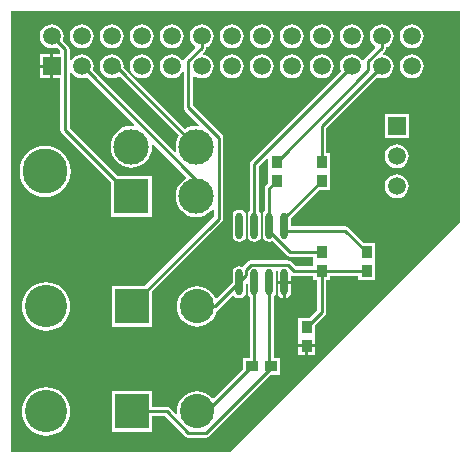
<source format=gtl>
G04 Layer_Physical_Order=1*
G04 Layer_Color=255*
%FSLAX23Y23*%
%MOIN*%
G70*
G01*
G75*
%ADD10O,0.024X0.087*%
%ADD11R,0.038X0.039*%
%ADD12R,0.039X0.038*%
%ADD13C,0.010*%
%ADD14C,0.059*%
%ADD15R,0.059X0.059*%
%ADD16C,0.150*%
%ADD17R,0.118X0.118*%
%ADD18C,0.118*%
%ADD19C,0.141*%
%ADD20R,0.114X0.114*%
%ADD21C,0.114*%
%ADD22R,0.059X0.059*%
G36*
X2510Y4281D02*
X1744Y3515D01*
X1015D01*
Y4985D01*
X2510D01*
Y4281D01*
D02*
G37*
%LPC*%
G36*
X2340Y4640D02*
X2260D01*
Y4560D01*
X2340D01*
Y4640D01*
D02*
G37*
G36*
X2300Y4540D02*
X2290Y4539D01*
X2280Y4535D01*
X2272Y4528D01*
X2265Y4520D01*
X2261Y4510D01*
X2260Y4500D01*
X2261Y4490D01*
X2265Y4480D01*
X2272Y4472D01*
X2280Y4465D01*
X2290Y4461D01*
X2300Y4460D01*
X2310Y4461D01*
X2320Y4465D01*
X2328Y4472D01*
X2335Y4480D01*
X2339Y4490D01*
X2340Y4500D01*
X2339Y4510D01*
X2335Y4520D01*
X2328Y4528D01*
X2320Y4535D01*
X2310Y4539D01*
X2300Y4540D01*
D02*
G37*
G36*
X1128Y4535D02*
X1111Y4534D01*
X1095Y4529D01*
X1081Y4521D01*
X1068Y4510D01*
X1057Y4497D01*
X1049Y4483D01*
X1044Y4467D01*
X1043Y4450D01*
X1044Y4433D01*
X1049Y4417D01*
X1057Y4403D01*
X1068Y4390D01*
X1081Y4379D01*
X1095Y4371D01*
X1111Y4366D01*
X1128Y4365D01*
X1145Y4366D01*
X1161Y4371D01*
X1175Y4379D01*
X1188Y4390D01*
X1199Y4403D01*
X1207Y4417D01*
X1212Y4433D01*
X1213Y4450D01*
X1212Y4467D01*
X1207Y4483D01*
X1199Y4497D01*
X1188Y4510D01*
X1175Y4521D01*
X1161Y4529D01*
X1145Y4534D01*
X1128Y4535D01*
D02*
G37*
G36*
X1450Y4840D02*
X1440Y4839D01*
X1430Y4835D01*
X1422Y4828D01*
X1415Y4820D01*
X1411Y4810D01*
X1410Y4800D01*
X1411Y4790D01*
X1415Y4780D01*
X1422Y4772D01*
X1430Y4765D01*
X1440Y4761D01*
X1450Y4760D01*
X1460Y4761D01*
X1470Y4765D01*
X1478Y4772D01*
X1485Y4780D01*
X1489Y4790D01*
X1490Y4800D01*
X1489Y4810D01*
X1485Y4820D01*
X1478Y4828D01*
X1470Y4835D01*
X1460Y4839D01*
X1450Y4840D01*
D02*
G37*
G36*
X1950D02*
X1940Y4839D01*
X1930Y4835D01*
X1922Y4828D01*
X1915Y4820D01*
X1911Y4810D01*
X1910Y4800D01*
X1911Y4790D01*
X1915Y4780D01*
X1922Y4772D01*
X1930Y4765D01*
X1940Y4761D01*
X1950Y4760D01*
X1960Y4761D01*
X1970Y4765D01*
X1978Y4772D01*
X1985Y4780D01*
X1989Y4790D01*
X1990Y4800D01*
X1989Y4810D01*
X1985Y4820D01*
X1978Y4828D01*
X1970Y4835D01*
X1960Y4839D01*
X1950Y4840D01*
D02*
G37*
G36*
X1850D02*
X1840Y4839D01*
X1830Y4835D01*
X1822Y4828D01*
X1815Y4820D01*
X1811Y4810D01*
X1810Y4800D01*
X1811Y4790D01*
X1815Y4780D01*
X1822Y4772D01*
X1830Y4765D01*
X1840Y4761D01*
X1850Y4760D01*
X1860Y4761D01*
X1870Y4765D01*
X1878Y4772D01*
X1885Y4780D01*
X1889Y4790D01*
X1890Y4800D01*
X1889Y4810D01*
X1885Y4820D01*
X1878Y4828D01*
X1870Y4835D01*
X1860Y4839D01*
X1850Y4840D01*
D02*
G37*
G36*
X1750D02*
X1740Y4839D01*
X1730Y4835D01*
X1722Y4828D01*
X1715Y4820D01*
X1711Y4810D01*
X1710Y4800D01*
X1711Y4790D01*
X1715Y4780D01*
X1722Y4772D01*
X1730Y4765D01*
X1740Y4761D01*
X1750Y4760D01*
X1760Y4761D01*
X1770Y4765D01*
X1778Y4772D01*
X1785Y4780D01*
X1789Y4790D01*
X1790Y4800D01*
X1789Y4810D01*
X1785Y4820D01*
X1778Y4828D01*
X1770Y4835D01*
X1760Y4839D01*
X1750Y4840D01*
D02*
G37*
G36*
X2300Y4440D02*
X2290Y4439D01*
X2280Y4435D01*
X2272Y4428D01*
X2265Y4420D01*
X2261Y4410D01*
X2260Y4400D01*
X2261Y4390D01*
X2265Y4380D01*
X2272Y4372D01*
X2280Y4365D01*
X2290Y4361D01*
X2300Y4360D01*
X2310Y4361D01*
X2320Y4365D01*
X2328Y4372D01*
X2335Y4380D01*
X2339Y4390D01*
X2340Y4400D01*
X2339Y4410D01*
X2335Y4420D01*
X2328Y4428D01*
X2320Y4435D01*
X2310Y4439D01*
X2300Y4440D01*
D02*
G37*
G36*
X2029Y3864D02*
X2005D01*
Y3839D01*
X2029D01*
Y3864D01*
D02*
G37*
G36*
X1995D02*
X1971D01*
Y3839D01*
X1995D01*
Y3864D01*
D02*
G37*
G36*
X1131Y3731D02*
X1115Y3729D01*
X1100Y3725D01*
X1086Y3717D01*
X1074Y3707D01*
X1064Y3695D01*
X1056Y3681D01*
X1051Y3666D01*
X1050Y3650D01*
X1051Y3634D01*
X1056Y3619D01*
X1064Y3605D01*
X1074Y3593D01*
X1086Y3583D01*
X1100Y3575D01*
X1115Y3571D01*
X1131Y3569D01*
X1146Y3571D01*
X1162Y3575D01*
X1176Y3583D01*
X1188Y3593D01*
X1198Y3605D01*
X1205Y3619D01*
X1210Y3634D01*
X1212Y3650D01*
X1210Y3666D01*
X1205Y3681D01*
X1198Y3695D01*
X1188Y3707D01*
X1176Y3717D01*
X1162Y3725D01*
X1146Y3729D01*
X1131Y3731D01*
D02*
G37*
G36*
Y4081D02*
X1115Y4079D01*
X1100Y4075D01*
X1086Y4067D01*
X1074Y4057D01*
X1064Y4045D01*
X1056Y4031D01*
X1051Y4016D01*
X1050Y4000D01*
X1051Y3984D01*
X1056Y3969D01*
X1064Y3955D01*
X1074Y3943D01*
X1086Y3933D01*
X1100Y3925D01*
X1115Y3921D01*
X1131Y3919D01*
X1146Y3921D01*
X1162Y3925D01*
X1176Y3933D01*
X1188Y3943D01*
X1198Y3955D01*
X1205Y3969D01*
X1210Y3984D01*
X1212Y4000D01*
X1210Y4016D01*
X1205Y4031D01*
X1198Y4045D01*
X1188Y4057D01*
X1176Y4067D01*
X1162Y4075D01*
X1146Y4079D01*
X1131Y4081D01*
D02*
G37*
G36*
X1775Y4323D02*
X1766Y4322D01*
X1759Y4317D01*
X1754Y4309D01*
X1753Y4301D01*
Y4238D01*
X1754Y4229D01*
X1759Y4222D01*
X1766Y4217D01*
X1775Y4216D01*
X1784Y4217D01*
X1791Y4222D01*
X1796Y4229D01*
X1797Y4238D01*
Y4301D01*
X1796Y4309D01*
X1791Y4317D01*
X1784Y4322D01*
X1775Y4323D01*
D02*
G37*
G36*
X1947Y4076D02*
X1930D01*
Y4028D01*
X1934Y4028D01*
X1941Y4033D01*
X1946Y4041D01*
X1947Y4049D01*
Y4076D01*
D02*
G37*
G36*
X1920D02*
X1903D01*
Y4049D01*
X1904Y4041D01*
X1909Y4033D01*
X1916Y4028D01*
X1920Y4028D01*
Y4076D01*
D02*
G37*
G36*
X1750Y4940D02*
X1740Y4939D01*
X1730Y4935D01*
X1722Y4928D01*
X1715Y4920D01*
X1711Y4910D01*
X1710Y4900D01*
X1711Y4890D01*
X1715Y4880D01*
X1722Y4872D01*
X1730Y4865D01*
X1740Y4861D01*
X1750Y4860D01*
X1760Y4861D01*
X1770Y4865D01*
X1778Y4872D01*
X1785Y4880D01*
X1789Y4890D01*
X1790Y4900D01*
X1789Y4910D01*
X1785Y4920D01*
X1778Y4928D01*
X1770Y4935D01*
X1760Y4939D01*
X1750Y4940D01*
D02*
G37*
G36*
X1850D02*
X1840Y4939D01*
X1830Y4935D01*
X1822Y4928D01*
X1815Y4920D01*
X1811Y4910D01*
X1810Y4900D01*
X1811Y4890D01*
X1815Y4880D01*
X1822Y4872D01*
X1830Y4865D01*
X1840Y4861D01*
X1850Y4860D01*
X1860Y4861D01*
X1870Y4865D01*
X1878Y4872D01*
X1885Y4880D01*
X1889Y4890D01*
X1890Y4900D01*
X1889Y4910D01*
X1885Y4920D01*
X1878Y4928D01*
X1870Y4935D01*
X1860Y4939D01*
X1850Y4940D01*
D02*
G37*
G36*
X1450D02*
X1440Y4939D01*
X1430Y4935D01*
X1422Y4928D01*
X1415Y4920D01*
X1411Y4910D01*
X1410Y4900D01*
X1411Y4890D01*
X1415Y4880D01*
X1422Y4872D01*
X1430Y4865D01*
X1440Y4861D01*
X1450Y4860D01*
X1460Y4861D01*
X1470Y4865D01*
X1478Y4872D01*
X1485Y4880D01*
X1489Y4890D01*
X1490Y4900D01*
X1489Y4910D01*
X1485Y4920D01*
X1478Y4928D01*
X1470Y4935D01*
X1460Y4939D01*
X1450Y4940D01*
D02*
G37*
G36*
X1550D02*
X1540Y4939D01*
X1530Y4935D01*
X1522Y4928D01*
X1515Y4920D01*
X1511Y4910D01*
X1510Y4900D01*
X1511Y4890D01*
X1515Y4880D01*
X1522Y4872D01*
X1530Y4865D01*
X1540Y4861D01*
X1550Y4860D01*
X1560Y4861D01*
X1570Y4865D01*
X1578Y4872D01*
X1585Y4880D01*
X1589Y4890D01*
X1590Y4900D01*
X1589Y4910D01*
X1585Y4920D01*
X1578Y4928D01*
X1570Y4935D01*
X1560Y4939D01*
X1550Y4940D01*
D02*
G37*
G36*
X2150D02*
X2140Y4939D01*
X2130Y4935D01*
X2122Y4928D01*
X2115Y4920D01*
X2111Y4910D01*
X2110Y4900D01*
X2111Y4890D01*
X2115Y4880D01*
X2122Y4872D01*
X2130Y4865D01*
X2140Y4861D01*
X2150Y4860D01*
X2160Y4861D01*
X2170Y4865D01*
X2178Y4872D01*
X2185Y4880D01*
X2189Y4890D01*
X2190Y4900D01*
X2189Y4910D01*
X2185Y4920D01*
X2178Y4928D01*
X2170Y4935D01*
X2160Y4939D01*
X2150Y4940D01*
D02*
G37*
G36*
X2350D02*
X2340Y4939D01*
X2330Y4935D01*
X2322Y4928D01*
X2315Y4920D01*
X2311Y4910D01*
X2310Y4900D01*
X2311Y4890D01*
X2315Y4880D01*
X2322Y4872D01*
X2330Y4865D01*
X2340Y4861D01*
X2350Y4860D01*
X2360Y4861D01*
X2370Y4865D01*
X2378Y4872D01*
X2385Y4880D01*
X2389Y4890D01*
X2390Y4900D01*
X2389Y4910D01*
X2385Y4920D01*
X2378Y4928D01*
X2370Y4935D01*
X2360Y4939D01*
X2350Y4940D01*
D02*
G37*
G36*
X1950D02*
X1940Y4939D01*
X1930Y4935D01*
X1922Y4928D01*
X1915Y4920D01*
X1911Y4910D01*
X1910Y4900D01*
X1911Y4890D01*
X1915Y4880D01*
X1922Y4872D01*
X1930Y4865D01*
X1940Y4861D01*
X1950Y4860D01*
X1960Y4861D01*
X1970Y4865D01*
X1978Y4872D01*
X1985Y4880D01*
X1989Y4890D01*
X1990Y4900D01*
X1989Y4910D01*
X1985Y4920D01*
X1978Y4928D01*
X1970Y4935D01*
X1960Y4939D01*
X1950Y4940D01*
D02*
G37*
G36*
X2050D02*
X2040Y4939D01*
X2030Y4935D01*
X2022Y4928D01*
X2015Y4920D01*
X2011Y4910D01*
X2010Y4900D01*
X2011Y4890D01*
X2015Y4880D01*
X2022Y4872D01*
X2030Y4865D01*
X2040Y4861D01*
X2050Y4860D01*
X2060Y4861D01*
X2070Y4865D01*
X2078Y4872D01*
X2085Y4880D01*
X2089Y4890D01*
X2090Y4900D01*
X2089Y4910D01*
X2085Y4920D01*
X2078Y4928D01*
X2070Y4935D01*
X2060Y4939D01*
X2050Y4940D01*
D02*
G37*
G36*
X1145Y4795D02*
X1110D01*
Y4760D01*
X1145D01*
Y4795D01*
D02*
G37*
G36*
Y4840D02*
X1110D01*
Y4805D01*
X1145D01*
Y4840D01*
D02*
G37*
G36*
X2050Y4840D02*
X2040Y4839D01*
X2030Y4835D01*
X2022Y4828D01*
X2015Y4820D01*
X2011Y4810D01*
X2010Y4800D01*
X2011Y4790D01*
X2015Y4780D01*
X2022Y4772D01*
X2030Y4765D01*
X2040Y4761D01*
X2050Y4760D01*
X2060Y4761D01*
X2070Y4765D01*
X2078Y4772D01*
X2085Y4780D01*
X2089Y4790D01*
X2090Y4800D01*
X2089Y4810D01*
X2085Y4820D01*
X2078Y4828D01*
X2070Y4835D01*
X2060Y4839D01*
X2050Y4840D01*
D02*
G37*
G36*
X2350D02*
X2340Y4839D01*
X2330Y4835D01*
X2322Y4828D01*
X2315Y4820D01*
X2311Y4810D01*
X2310Y4800D01*
X2311Y4790D01*
X2315Y4780D01*
X2322Y4772D01*
X2330Y4765D01*
X2340Y4761D01*
X2350Y4760D01*
X2360Y4761D01*
X2370Y4765D01*
X2378Y4772D01*
X2385Y4780D01*
X2389Y4790D01*
X2390Y4800D01*
X2389Y4810D01*
X2385Y4820D01*
X2378Y4828D01*
X2370Y4835D01*
X2360Y4839D01*
X2350Y4840D01*
D02*
G37*
G36*
X1250Y4940D02*
X1240Y4939D01*
X1230Y4935D01*
X1222Y4928D01*
X1215Y4920D01*
X1211Y4910D01*
X1210Y4900D01*
X1211Y4890D01*
X1215Y4880D01*
X1222Y4872D01*
X1230Y4865D01*
X1240Y4861D01*
X1250Y4860D01*
X1260Y4861D01*
X1270Y4865D01*
X1278Y4872D01*
X1285Y4880D01*
X1289Y4890D01*
X1290Y4900D01*
X1289Y4910D01*
X1285Y4920D01*
X1278Y4928D01*
X1270Y4935D01*
X1260Y4939D01*
X1250Y4940D01*
D02*
G37*
G36*
X1350D02*
X1340Y4939D01*
X1330Y4935D01*
X1322Y4928D01*
X1315Y4920D01*
X1311Y4910D01*
X1310Y4900D01*
X1311Y4890D01*
X1315Y4880D01*
X1322Y4872D01*
X1330Y4865D01*
X1340Y4861D01*
X1350Y4860D01*
X1360Y4861D01*
X1370Y4865D01*
X1378Y4872D01*
X1385Y4880D01*
X1389Y4890D01*
X1390Y4900D01*
X1389Y4910D01*
X1385Y4920D01*
X1378Y4928D01*
X1370Y4935D01*
X1360Y4939D01*
X1350Y4940D01*
D02*
G37*
G36*
X2250D02*
X2240Y4939D01*
X2230Y4935D01*
X2222Y4928D01*
X2215Y4920D01*
X2211Y4910D01*
X2210Y4900D01*
X2211Y4890D01*
X2215Y4880D01*
X2222Y4872D01*
X2227Y4868D01*
X2227Y4862D01*
X2195Y4829D01*
X2191Y4824D01*
X2191Y4823D01*
X2185Y4820D01*
X2185Y4820D01*
X2178Y4828D01*
X2170Y4835D01*
X2160Y4839D01*
X2150Y4840D01*
X2140Y4839D01*
X2130Y4835D01*
X2122Y4828D01*
X2115Y4820D01*
X2111Y4810D01*
X2110Y4800D01*
X2111Y4790D01*
X2113Y4785D01*
X1814Y4486D01*
X1811Y4481D01*
X1810Y4475D01*
Y4317D01*
X1809Y4317D01*
X1804Y4309D01*
X1803Y4301D01*
Y4238D01*
X1804Y4229D01*
X1809Y4222D01*
X1816Y4217D01*
X1825Y4216D01*
X1834Y4217D01*
X1841Y4222D01*
X1846Y4229D01*
X1847Y4238D01*
Y4301D01*
X1846Y4309D01*
X1841Y4317D01*
X1840Y4317D01*
Y4469D01*
X1866Y4495D01*
X1871Y4493D01*
Y4453D01*
X1871Y4452D01*
Y4448D01*
X1871Y4447D01*
Y4411D01*
X1864Y4404D01*
X1861Y4399D01*
X1860Y4394D01*
Y4317D01*
X1859Y4317D01*
X1854Y4309D01*
X1853Y4301D01*
Y4238D01*
X1854Y4229D01*
X1859Y4222D01*
X1866Y4217D01*
X1875Y4216D01*
X1884Y4217D01*
X1885Y4218D01*
X1933Y4171D01*
X1938Y4167D01*
X1944Y4166D01*
X2021D01*
Y4153D01*
X2021Y4152D01*
Y4148D01*
X2021Y4147D01*
Y4134D01*
X1963D01*
X1947Y4150D01*
X1942Y4153D01*
X1936Y4154D01*
X1814D01*
X1808Y4153D01*
X1803Y4150D01*
X1787Y4134D01*
X1786Y4131D01*
X1784Y4133D01*
X1775Y4134D01*
X1766Y4133D01*
X1759Y4128D01*
X1754Y4121D01*
X1753Y4112D01*
Y4080D01*
X1701Y4028D01*
X1695Y4029D01*
X1691Y4037D01*
X1682Y4048D01*
X1672Y4056D01*
X1660Y4062D01*
X1648Y4066D01*
X1635Y4067D01*
X1621Y4066D01*
X1609Y4062D01*
X1597Y4056D01*
X1587Y4048D01*
X1579Y4037D01*
X1572Y4026D01*
X1569Y4013D01*
X1567Y4000D01*
X1569Y3987D01*
X1572Y3974D01*
X1579Y3963D01*
X1587Y3952D01*
X1597Y3944D01*
X1609Y3938D01*
X1621Y3934D01*
X1635Y3933D01*
X1648Y3934D01*
X1660Y3938D01*
X1672Y3944D01*
X1682Y3952D01*
X1691Y3963D01*
X1697Y3974D01*
X1700Y3986D01*
X1705Y3989D01*
X1753Y4036D01*
X1758Y4036D01*
X1759Y4033D01*
X1766Y4028D01*
X1775Y4027D01*
X1784Y4028D01*
X1791Y4033D01*
X1796Y4041D01*
X1797Y4049D01*
Y4077D01*
X1798Y4077D01*
X1803Y4075D01*
Y4049D01*
X1804Y4041D01*
X1809Y4033D01*
X1810Y4033D01*
Y3829D01*
X1789D01*
Y3792D01*
X1690Y3694D01*
X1685Y3694D01*
X1682Y3698D01*
X1672Y3706D01*
X1660Y3712D01*
X1648Y3716D01*
X1635Y3717D01*
X1621Y3716D01*
X1609Y3712D01*
X1597Y3706D01*
X1587Y3698D01*
X1579Y3687D01*
X1572Y3676D01*
X1569Y3663D01*
X1567Y3650D01*
X1568Y3644D01*
X1563Y3641D01*
X1544Y3661D01*
X1539Y3664D01*
X1533Y3665D01*
X1485D01*
Y3717D01*
X1351D01*
Y3583D01*
X1485D01*
Y3635D01*
X1526D01*
X1594Y3567D01*
X1599Y3564D01*
X1605Y3563D01*
X1665D01*
X1670Y3564D01*
X1675Y3567D01*
X1879Y3771D01*
X1911D01*
Y3829D01*
X1890D01*
Y4033D01*
X1891Y4033D01*
X1896Y4041D01*
X1897Y4049D01*
Y4112D01*
X1897Y4115D01*
X1900Y4120D01*
X1903Y4115D01*
X1903Y4112D01*
Y4086D01*
X1925D01*
X1947D01*
Y4101D01*
X1950Y4103D01*
X1952Y4104D01*
X1956Y4103D01*
X2021D01*
Y4089D01*
X2035D01*
Y3988D01*
X2008Y3961D01*
X1971D01*
Y3903D01*
X1971Y3902D01*
Y3898D01*
X1971Y3897D01*
Y3874D01*
X2000D01*
X2029D01*
Y3897D01*
X2029Y3898D01*
Y3902D01*
X2029Y3903D01*
Y3939D01*
X2061Y3971D01*
X2064Y3976D01*
X2065Y3981D01*
Y4089D01*
X2079D01*
Y4103D01*
X2171D01*
Y4089D01*
X2229D01*
Y4147D01*
X2229Y4148D01*
Y4152D01*
X2229Y4153D01*
Y4211D01*
X2192D01*
X2140Y4263D01*
X2135Y4266D01*
X2129Y4268D01*
X1947D01*
Y4294D01*
X2042Y4389D01*
X2079D01*
Y4447D01*
X2079Y4448D01*
Y4452D01*
X2079Y4453D01*
Y4511D01*
X2065D01*
Y4594D01*
X2235Y4763D01*
X2240Y4761D01*
X2250Y4760D01*
X2260Y4761D01*
X2270Y4765D01*
X2278Y4772D01*
X2285Y4780D01*
X2289Y4790D01*
X2290Y4800D01*
X2289Y4810D01*
X2285Y4820D01*
X2278Y4828D01*
X2270Y4835D01*
X2260Y4839D01*
X2255Y4839D01*
X2253Y4844D01*
X2261Y4852D01*
X2264Y4857D01*
X2265Y4863D01*
Y4864D01*
X2270Y4865D01*
X2278Y4872D01*
X2285Y4880D01*
X2289Y4890D01*
X2290Y4900D01*
X2289Y4910D01*
X2285Y4920D01*
X2278Y4928D01*
X2270Y4935D01*
X2260Y4939D01*
X2250Y4940D01*
D02*
G37*
G36*
X1650D02*
X1640Y4939D01*
X1630Y4935D01*
X1622Y4928D01*
X1615Y4920D01*
X1611Y4910D01*
X1610Y4900D01*
X1611Y4890D01*
X1615Y4880D01*
X1622Y4872D01*
X1627Y4868D01*
X1627Y4862D01*
X1595Y4829D01*
X1591Y4824D01*
X1591Y4823D01*
X1585Y4820D01*
X1585Y4820D01*
X1578Y4828D01*
X1570Y4835D01*
X1560Y4839D01*
X1550Y4840D01*
X1540Y4839D01*
X1530Y4835D01*
X1522Y4828D01*
X1515Y4820D01*
X1511Y4810D01*
X1510Y4800D01*
X1511Y4790D01*
X1515Y4780D01*
X1522Y4772D01*
X1530Y4765D01*
X1540Y4761D01*
X1550Y4760D01*
X1560Y4761D01*
X1570Y4765D01*
X1578Y4772D01*
X1585Y4780D01*
X1585Y4782D01*
X1590Y4781D01*
Y4664D01*
X1591Y4658D01*
X1595Y4653D01*
X1642Y4606D01*
X1639Y4601D01*
X1632Y4602D01*
X1618Y4601D01*
X1605Y4597D01*
X1595Y4591D01*
X1389Y4797D01*
X1390Y4800D01*
X1389Y4810D01*
X1385Y4820D01*
X1378Y4828D01*
X1370Y4835D01*
X1360Y4839D01*
X1350Y4840D01*
X1340Y4839D01*
X1330Y4835D01*
X1322Y4828D01*
X1315Y4820D01*
X1311Y4810D01*
X1310Y4800D01*
X1311Y4790D01*
X1315Y4780D01*
X1322Y4772D01*
X1330Y4765D01*
X1340Y4761D01*
X1350Y4760D01*
X1360Y4761D01*
X1370Y4765D01*
X1374Y4769D01*
X1573Y4570D01*
X1568Y4559D01*
X1564Y4546D01*
X1563Y4533D01*
X1564Y4519D01*
X1565Y4517D01*
X1560Y4514D01*
X1287Y4787D01*
X1289Y4790D01*
X1290Y4800D01*
X1289Y4810D01*
X1285Y4820D01*
X1278Y4828D01*
X1270Y4835D01*
X1260Y4839D01*
X1250Y4840D01*
X1240Y4839D01*
X1230Y4835D01*
X1222Y4828D01*
X1215Y4820D01*
X1215Y4818D01*
X1210Y4819D01*
Y4857D01*
X1209Y4863D01*
X1205Y4868D01*
X1187Y4886D01*
X1189Y4890D01*
X1190Y4900D01*
X1189Y4910D01*
X1185Y4920D01*
X1178Y4928D01*
X1170Y4935D01*
X1160Y4939D01*
X1150Y4940D01*
X1140Y4939D01*
X1130Y4935D01*
X1122Y4928D01*
X1115Y4920D01*
X1111Y4910D01*
X1110Y4900D01*
X1111Y4890D01*
X1115Y4880D01*
X1122Y4872D01*
X1130Y4865D01*
X1140Y4861D01*
X1150Y4860D01*
X1160Y4861D01*
X1166Y4864D01*
X1179Y4851D01*
Y4840D01*
X1155D01*
Y4800D01*
Y4760D01*
X1179D01*
Y4588D01*
X1180Y4582D01*
X1184Y4577D01*
X1346Y4415D01*
Y4298D01*
X1484D01*
Y4436D01*
X1368D01*
X1210Y4594D01*
Y4781D01*
X1215Y4782D01*
X1215Y4780D01*
X1222Y4772D01*
X1230Y4765D01*
X1240Y4761D01*
X1250Y4760D01*
X1260Y4761D01*
X1267Y4764D01*
X1425Y4606D01*
X1423Y4601D01*
X1415Y4602D01*
X1402Y4601D01*
X1389Y4597D01*
X1377Y4590D01*
X1366Y4582D01*
X1358Y4571D01*
X1351Y4559D01*
X1347Y4546D01*
X1346Y4533D01*
X1347Y4519D01*
X1351Y4506D01*
X1358Y4494D01*
X1366Y4484D01*
X1377Y4475D01*
X1389Y4469D01*
X1402Y4465D01*
X1415Y4463D01*
X1429Y4465D01*
X1442Y4469D01*
X1454Y4475D01*
X1464Y4484D01*
X1473Y4494D01*
X1479Y4506D01*
X1483Y4519D01*
X1485Y4533D01*
X1484Y4540D01*
X1489Y4542D01*
X1599Y4432D01*
X1598Y4427D01*
X1593Y4425D01*
X1583Y4416D01*
X1574Y4406D01*
X1568Y4394D01*
X1564Y4381D01*
X1563Y4367D01*
X1564Y4354D01*
X1568Y4341D01*
X1574Y4329D01*
X1583Y4318D01*
X1593Y4310D01*
X1605Y4303D01*
X1618Y4299D01*
X1632Y4298D01*
X1645Y4299D01*
X1658Y4303D01*
X1670Y4310D01*
X1681Y4318D01*
X1686Y4324D01*
X1691Y4322D01*
Y4300D01*
X1458Y4067D01*
X1351D01*
Y3933D01*
X1485D01*
Y4051D01*
X1717Y4282D01*
X1720Y4287D01*
X1721Y4293D01*
Y4563D01*
X1720Y4569D01*
X1717Y4574D01*
X1621Y4670D01*
Y4766D01*
X1626Y4769D01*
X1630Y4765D01*
X1640Y4761D01*
X1650Y4760D01*
X1660Y4761D01*
X1670Y4765D01*
X1678Y4772D01*
X1685Y4780D01*
X1689Y4790D01*
X1690Y4800D01*
X1689Y4810D01*
X1685Y4820D01*
X1678Y4828D01*
X1670Y4835D01*
X1660Y4839D01*
X1655Y4839D01*
X1653Y4844D01*
X1661Y4852D01*
X1664Y4857D01*
X1665Y4863D01*
Y4864D01*
X1670Y4865D01*
X1678Y4872D01*
X1685Y4880D01*
X1689Y4890D01*
X1690Y4900D01*
X1689Y4910D01*
X1685Y4920D01*
X1678Y4928D01*
X1670Y4935D01*
X1660Y4939D01*
X1650Y4940D01*
D02*
G37*
%LPD*%
D10*
X1925Y4269D02*
D03*
X1875D02*
D03*
X1825D02*
D03*
X1775D02*
D03*
X1925Y4081D02*
D03*
X1875D02*
D03*
X1825D02*
D03*
X1775D02*
D03*
D11*
X2050Y4181D02*
D03*
Y4119D02*
D03*
X2200Y4181D02*
D03*
Y4119D02*
D03*
X2000Y3931D02*
D03*
Y3869D02*
D03*
X1900Y4419D02*
D03*
Y4481D02*
D03*
X2050Y4419D02*
D03*
Y4481D02*
D03*
D12*
X1819Y3800D02*
D03*
X1881D02*
D03*
D13*
X1775Y4081D02*
X1798Y4104D01*
Y4123D01*
X1814Y4139D01*
X1936D01*
X1956Y4119D01*
X2050D01*
X1694Y4000D02*
X1775Y4081D01*
X1635Y4000D02*
X1694D01*
X1875Y4269D02*
Y4394D01*
Y4250D02*
Y4269D01*
Y4250D02*
X1944Y4181D01*
X2050D01*
X1875Y3806D02*
X1881Y3800D01*
X1875Y3806D02*
Y4081D01*
X1819Y3800D02*
X1825Y3806D01*
Y4081D01*
X1650Y4863D02*
Y4900D01*
X1605Y4818D02*
X1650Y4863D01*
X1605Y4664D02*
Y4818D01*
Y4664D02*
X1706Y4563D01*
Y4293D02*
Y4563D01*
X1418Y4005D02*
X1706Y4293D01*
X1418Y4000D02*
Y4005D01*
X1875Y4394D02*
X1900Y4419D01*
X1925Y4252D02*
Y4294D01*
X2050Y4419D01*
Y4481D02*
Y4600D01*
X2250Y4800D01*
X1900Y4481D02*
X2205Y4787D01*
Y4818D01*
X2250Y4863D01*
Y4900D01*
X1825Y4252D02*
Y4475D01*
X2150Y4800D01*
X1925Y4252D02*
X2129D01*
X2200Y4181D01*
X2050Y4119D02*
X2200D01*
X2050Y3981D02*
Y4119D01*
X2000Y3931D02*
X2050Y3981D01*
X1635Y3650D02*
X1669D01*
X1819Y3800D01*
X1418Y3650D02*
X1533D01*
X1605Y3578D01*
X1665D01*
X1881Y3795D01*
Y3800D01*
X1350Y4800D02*
X1365D01*
X1632Y4533D01*
X1250Y4800D02*
X1253D01*
X1632Y4421D01*
Y4367D02*
Y4421D01*
X1195Y4588D02*
X1415Y4367D01*
X1150Y4900D02*
X1152D01*
X1195Y4857D01*
Y4588D02*
Y4857D01*
D14*
X2300Y4400D02*
D03*
Y4500D02*
D03*
X1150Y4900D02*
D03*
X1250Y4800D02*
D03*
Y4900D02*
D03*
X1350Y4800D02*
D03*
Y4900D02*
D03*
X1450Y4800D02*
D03*
Y4900D02*
D03*
X1550Y4800D02*
D03*
Y4900D02*
D03*
X1650Y4800D02*
D03*
Y4900D02*
D03*
X1750Y4800D02*
D03*
Y4900D02*
D03*
X1850Y4800D02*
D03*
Y4900D02*
D03*
X1950Y4800D02*
D03*
Y4900D02*
D03*
X2050Y4800D02*
D03*
Y4900D02*
D03*
X2150Y4800D02*
D03*
Y4900D02*
D03*
X2250Y4800D02*
D03*
Y4900D02*
D03*
X2350Y4800D02*
D03*
Y4900D02*
D03*
D15*
X2300Y4600D02*
D03*
D16*
X1128Y4450D02*
D03*
D17*
X1415Y4367D02*
D03*
D18*
X1632D02*
D03*
X1415Y4533D02*
D03*
X1632D02*
D03*
D19*
X1131Y4000D02*
D03*
Y3650D02*
D03*
D20*
X1418Y4000D02*
D03*
Y3650D02*
D03*
D21*
X1635Y4000D02*
D03*
Y3650D02*
D03*
D22*
X1150Y4800D02*
D03*
M02*

</source>
